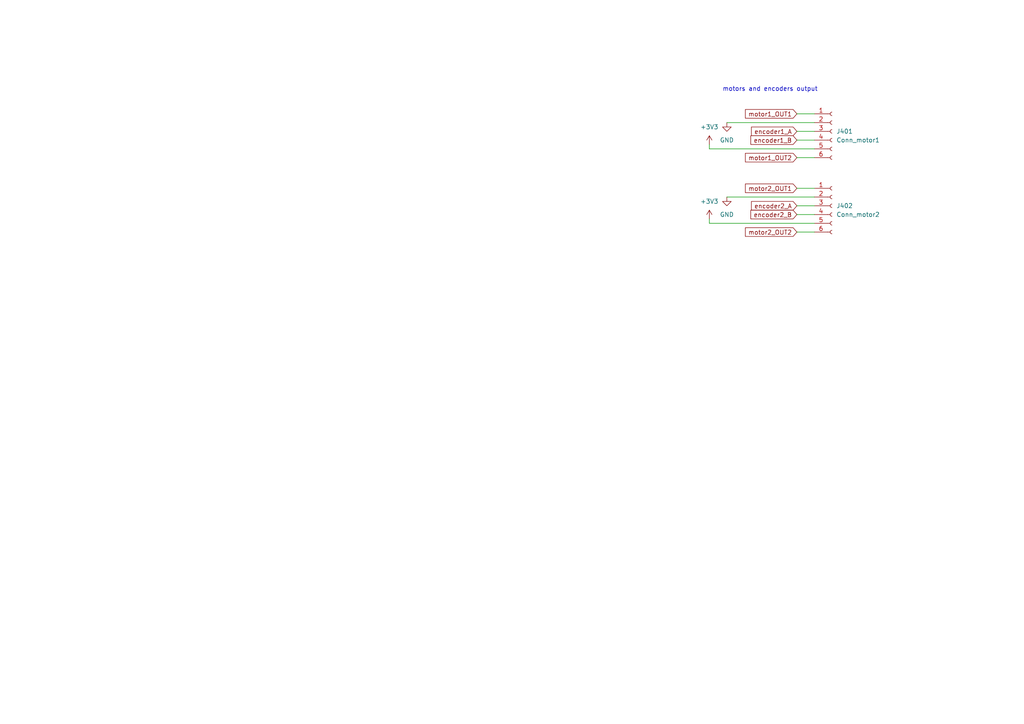
<source format=kicad_sch>
(kicad_sch (version 20230121) (generator eeschema)

  (uuid dc1ff829-2b56-4d57-be58-572f5ab0835e)

  (paper "A4")

  (lib_symbols
    (symbol "Connector:Conn_01x06_Socket" (pin_names (offset 1.016) hide) (in_bom yes) (on_board yes)
      (property "Reference" "J" (at 0 7.62 0)
        (effects (font (size 1.27 1.27)))
      )
      (property "Value" "Conn_01x06_Socket" (at 0 -10.16 0)
        (effects (font (size 1.27 1.27)))
      )
      (property "Footprint" "" (at 0 0 0)
        (effects (font (size 1.27 1.27)) hide)
      )
      (property "Datasheet" "~" (at 0 0 0)
        (effects (font (size 1.27 1.27)) hide)
      )
      (property "ki_locked" "" (at 0 0 0)
        (effects (font (size 1.27 1.27)))
      )
      (property "ki_keywords" "connector" (at 0 0 0)
        (effects (font (size 1.27 1.27)) hide)
      )
      (property "ki_description" "Generic connector, single row, 01x06, script generated" (at 0 0 0)
        (effects (font (size 1.27 1.27)) hide)
      )
      (property "ki_fp_filters" "Connector*:*_1x??_*" (at 0 0 0)
        (effects (font (size 1.27 1.27)) hide)
      )
      (symbol "Conn_01x06_Socket_1_1"
        (arc (start 0 -7.112) (mid -0.5058 -7.62) (end 0 -8.128)
          (stroke (width 0.1524) (type default))
          (fill (type none))
        )
        (arc (start 0 -4.572) (mid -0.5058 -5.08) (end 0 -5.588)
          (stroke (width 0.1524) (type default))
          (fill (type none))
        )
        (arc (start 0 -2.032) (mid -0.5058 -2.54) (end 0 -3.048)
          (stroke (width 0.1524) (type default))
          (fill (type none))
        )
        (polyline
          (pts
            (xy -1.27 -7.62)
            (xy -0.508 -7.62)
          )
          (stroke (width 0.1524) (type default))
          (fill (type none))
        )
        (polyline
          (pts
            (xy -1.27 -5.08)
            (xy -0.508 -5.08)
          )
          (stroke (width 0.1524) (type default))
          (fill (type none))
        )
        (polyline
          (pts
            (xy -1.27 -2.54)
            (xy -0.508 -2.54)
          )
          (stroke (width 0.1524) (type default))
          (fill (type none))
        )
        (polyline
          (pts
            (xy -1.27 0)
            (xy -0.508 0)
          )
          (stroke (width 0.1524) (type default))
          (fill (type none))
        )
        (polyline
          (pts
            (xy -1.27 2.54)
            (xy -0.508 2.54)
          )
          (stroke (width 0.1524) (type default))
          (fill (type none))
        )
        (polyline
          (pts
            (xy -1.27 5.08)
            (xy -0.508 5.08)
          )
          (stroke (width 0.1524) (type default))
          (fill (type none))
        )
        (arc (start 0 0.508) (mid -0.5058 0) (end 0 -0.508)
          (stroke (width 0.1524) (type default))
          (fill (type none))
        )
        (arc (start 0 3.048) (mid -0.5058 2.54) (end 0 2.032)
          (stroke (width 0.1524) (type default))
          (fill (type none))
        )
        (arc (start 0 5.588) (mid -0.5058 5.08) (end 0 4.572)
          (stroke (width 0.1524) (type default))
          (fill (type none))
        )
        (pin passive line (at -5.08 5.08 0) (length 3.81)
          (name "Pin_1" (effects (font (size 1.27 1.27))))
          (number "1" (effects (font (size 1.27 1.27))))
        )
        (pin passive line (at -5.08 2.54 0) (length 3.81)
          (name "Pin_2" (effects (font (size 1.27 1.27))))
          (number "2" (effects (font (size 1.27 1.27))))
        )
        (pin passive line (at -5.08 0 0) (length 3.81)
          (name "Pin_3" (effects (font (size 1.27 1.27))))
          (number "3" (effects (font (size 1.27 1.27))))
        )
        (pin passive line (at -5.08 -2.54 0) (length 3.81)
          (name "Pin_4" (effects (font (size 1.27 1.27))))
          (number "4" (effects (font (size 1.27 1.27))))
        )
        (pin passive line (at -5.08 -5.08 0) (length 3.81)
          (name "Pin_5" (effects (font (size 1.27 1.27))))
          (number "5" (effects (font (size 1.27 1.27))))
        )
        (pin passive line (at -5.08 -7.62 0) (length 3.81)
          (name "Pin_6" (effects (font (size 1.27 1.27))))
          (number "6" (effects (font (size 1.27 1.27))))
        )
      )
    )
    (symbol "power:+3V3" (power) (pin_names (offset 0)) (in_bom yes) (on_board yes)
      (property "Reference" "#PWR" (at 0 -3.81 0)
        (effects (font (size 1.27 1.27)) hide)
      )
      (property "Value" "+3V3" (at 0 3.556 0)
        (effects (font (size 1.27 1.27)))
      )
      (property "Footprint" "" (at 0 0 0)
        (effects (font (size 1.27 1.27)) hide)
      )
      (property "Datasheet" "" (at 0 0 0)
        (effects (font (size 1.27 1.27)) hide)
      )
      (property "ki_keywords" "global power" (at 0 0 0)
        (effects (font (size 1.27 1.27)) hide)
      )
      (property "ki_description" "Power symbol creates a global label with name \"+3V3\"" (at 0 0 0)
        (effects (font (size 1.27 1.27)) hide)
      )
      (symbol "+3V3_0_1"
        (polyline
          (pts
            (xy -0.762 1.27)
            (xy 0 2.54)
          )
          (stroke (width 0) (type default))
          (fill (type none))
        )
        (polyline
          (pts
            (xy 0 0)
            (xy 0 2.54)
          )
          (stroke (width 0) (type default))
          (fill (type none))
        )
        (polyline
          (pts
            (xy 0 2.54)
            (xy 0.762 1.27)
          )
          (stroke (width 0) (type default))
          (fill (type none))
        )
      )
      (symbol "+3V3_1_1"
        (pin power_in line (at 0 0 90) (length 0) hide
          (name "+3V3" (effects (font (size 1.27 1.27))))
          (number "1" (effects (font (size 1.27 1.27))))
        )
      )
    )
    (symbol "power:GND" (power) (pin_names (offset 0)) (in_bom yes) (on_board yes)
      (property "Reference" "#PWR" (at 0 -6.35 0)
        (effects (font (size 1.27 1.27)) hide)
      )
      (property "Value" "GND" (at 0 -3.81 0)
        (effects (font (size 1.27 1.27)))
      )
      (property "Footprint" "" (at 0 0 0)
        (effects (font (size 1.27 1.27)) hide)
      )
      (property "Datasheet" "" (at 0 0 0)
        (effects (font (size 1.27 1.27)) hide)
      )
      (property "ki_keywords" "global power" (at 0 0 0)
        (effects (font (size 1.27 1.27)) hide)
      )
      (property "ki_description" "Power symbol creates a global label with name \"GND\" , ground" (at 0 0 0)
        (effects (font (size 1.27 1.27)) hide)
      )
      (symbol "GND_0_1"
        (polyline
          (pts
            (xy 0 0)
            (xy 0 -1.27)
            (xy 1.27 -1.27)
            (xy 0 -2.54)
            (xy -1.27 -1.27)
            (xy 0 -1.27)
          )
          (stroke (width 0) (type default))
          (fill (type none))
        )
      )
      (symbol "GND_1_1"
        (pin power_in line (at 0 0 270) (length 0) hide
          (name "GND" (effects (font (size 1.27 1.27))))
          (number "1" (effects (font (size 1.27 1.27))))
        )
      )
    )
  )


  (wire (pts (xy 231.14 54.61) (xy 236.22 54.61))
    (stroke (width 0) (type default))
    (uuid 024a1228-6934-4431-9e17-8b6698e29c1c)
  )
  (wire (pts (xy 205.74 41.91) (xy 205.74 43.18))
    (stroke (width 0) (type default))
    (uuid 181c3ad7-4af5-4328-9e1b-0d617e4f5b3f)
  )
  (wire (pts (xy 236.22 64.77) (xy 205.74 64.77))
    (stroke (width 0) (type default))
    (uuid 19c2b3ff-b3ea-42b0-95df-91186889469c)
  )
  (wire (pts (xy 231.14 33.02) (xy 236.22 33.02))
    (stroke (width 0) (type default))
    (uuid 33c6f8b0-1775-4a0d-924c-f75e6908d455)
  )
  (wire (pts (xy 231.14 62.23) (xy 236.22 62.23))
    (stroke (width 0) (type default))
    (uuid 425096a7-9b8e-4fb9-aee1-01d700463ae8)
  )
  (wire (pts (xy 231.14 40.64) (xy 236.22 40.64))
    (stroke (width 0) (type default))
    (uuid 4a045f62-8175-4165-9e26-661485f14de8)
  )
  (wire (pts (xy 210.82 57.15) (xy 236.22 57.15))
    (stroke (width 0) (type default))
    (uuid 5e80b392-d1ba-460f-82ba-6c3333311521)
  )
  (wire (pts (xy 231.14 38.1) (xy 236.22 38.1))
    (stroke (width 0) (type default))
    (uuid ba26eef8-996f-404f-b1db-d11cf8c28db0)
  )
  (wire (pts (xy 210.82 35.56) (xy 236.22 35.56))
    (stroke (width 0) (type default))
    (uuid c596fa05-4e91-4e1c-9fb1-66740c6a5003)
  )
  (wire (pts (xy 205.74 63.5) (xy 205.74 64.77))
    (stroke (width 0) (type default))
    (uuid e77fce01-add7-4be7-83b6-6a36cc49a906)
  )
  (wire (pts (xy 231.14 59.69) (xy 236.22 59.69))
    (stroke (width 0) (type default))
    (uuid ef7d6859-1c1c-4adc-93ef-7bef879d4c91)
  )
  (wire (pts (xy 231.14 45.72) (xy 236.22 45.72))
    (stroke (width 0) (type default))
    (uuid f1d14ef0-3f8d-4904-883a-1172cdc5f2be)
  )
  (wire (pts (xy 236.22 43.18) (xy 205.74 43.18))
    (stroke (width 0) (type default))
    (uuid fcae9844-34d5-47a5-9c0e-02d27506410e)
  )
  (wire (pts (xy 231.14 67.31) (xy 236.22 67.31))
    (stroke (width 0) (type default))
    (uuid ff5e0884-5a94-4b4d-be2a-2874427d7762)
  )

  (text "motors and encoders output" (at 209.55 26.67 0)
    (effects (font (size 1.27 1.27)) (justify left bottom))
    (uuid c264aa3d-0010-42b6-b865-fcf36f61ccbf)
  )

  (global_label "motor1_OUT1" (shape input) (at 231.14 33.02 180) (fields_autoplaced)
    (effects (font (size 1.27 1.27)) (justify right))
    (uuid 31356c91-12a2-492e-b667-b6dae86f5039)
    (property "Intersheetrefs" "${INTERSHEET_REFS}" (at 215.6364 33.02 0)
      (effects (font (size 1.27 1.27)) (justify right) hide)
    )
  )
  (global_label "encoder1_B" (shape input) (at 231.14 40.64 180) (fields_autoplaced)
    (effects (font (size 1.27 1.27)) (justify right))
    (uuid 717923d8-d922-48f3-9d0f-9cba27226f76)
    (property "Intersheetrefs" "${INTERSHEET_REFS}" (at 217.2087 40.64 0)
      (effects (font (size 1.27 1.27)) (justify right) hide)
    )
  )
  (global_label "motor2_OUT2" (shape input) (at 231.14 67.31 180) (fields_autoplaced)
    (effects (font (size 1.27 1.27)) (justify right))
    (uuid 72f474f0-18b4-4689-82b2-d6666250b6a7)
    (property "Intersheetrefs" "${INTERSHEET_REFS}" (at 215.6364 67.31 0)
      (effects (font (size 1.27 1.27)) (justify right) hide)
    )
  )
  (global_label "motor1_OUT2" (shape input) (at 231.14 45.72 180) (fields_autoplaced)
    (effects (font (size 1.27 1.27)) (justify right))
    (uuid 80e2309e-f9f3-4f07-9a0e-54f5fe73476b)
    (property "Intersheetrefs" "${INTERSHEET_REFS}" (at 215.6364 45.72 0)
      (effects (font (size 1.27 1.27)) (justify right) hide)
    )
  )
  (global_label "encoder1_A" (shape input) (at 231.14 38.1 180) (fields_autoplaced)
    (effects (font (size 1.27 1.27)) (justify right))
    (uuid 995da486-5eeb-46e0-a510-82ca43d38f3e)
    (property "Intersheetrefs" "${INTERSHEET_REFS}" (at 217.3901 38.1 0)
      (effects (font (size 1.27 1.27)) (justify right) hide)
    )
  )
  (global_label "encoder2_A" (shape input) (at 231.14 59.69 180) (fields_autoplaced)
    (effects (font (size 1.27 1.27)) (justify right))
    (uuid b158d894-7ecf-4984-9283-e5288eb37418)
    (property "Intersheetrefs" "${INTERSHEET_REFS}" (at 217.3901 59.69 0)
      (effects (font (size 1.27 1.27)) (justify right) hide)
    )
  )
  (global_label "motor2_OUT1" (shape input) (at 231.14 54.61 180) (fields_autoplaced)
    (effects (font (size 1.27 1.27)) (justify right))
    (uuid d27ef60d-b6ad-40ba-9de7-846e0ae69feb)
    (property "Intersheetrefs" "${INTERSHEET_REFS}" (at 215.6364 54.61 0)
      (effects (font (size 1.27 1.27)) (justify right) hide)
    )
  )
  (global_label "encoder2_B" (shape input) (at 231.14 62.23 180) (fields_autoplaced)
    (effects (font (size 1.27 1.27)) (justify right))
    (uuid fa720666-17b4-4118-b87b-0abb6db4f3c9)
    (property "Intersheetrefs" "${INTERSHEET_REFS}" (at 217.2087 62.23 0)
      (effects (font (size 1.27 1.27)) (justify right) hide)
    )
  )

  (symbol (lib_id "power:+3V3") (at 205.74 63.5 0) (unit 1)
    (in_bom yes) (on_board yes) (dnp no) (fields_autoplaced)
    (uuid 2793b28d-aa02-4d65-837e-e7d59e3af2a3)
    (property "Reference" "#PWR0417" (at 205.74 67.31 0)
      (effects (font (size 1.27 1.27)) hide)
    )
    (property "Value" "+3V3" (at 205.74 58.42 0)
      (effects (font (size 1.27 1.27)))
    )
    (property "Footprint" "" (at 205.74 63.5 0)
      (effects (font (size 1.27 1.27)) hide)
    )
    (property "Datasheet" "" (at 205.74 63.5 0)
      (effects (font (size 1.27 1.27)) hide)
    )
    (pin "1" (uuid faa92c66-3d57-4eea-a6cc-bb567dc6435f))
    (instances
      (project "kicad_chat-souris"
        (path "/b1ddc66d-dbe7-4cff-b97f-1f0ce7ceeee4/e02fd429-6de0-42be-b82b-494bbb23caa2"
          (reference "#PWR0417") (unit 1)
        )
        (path "/b1ddc66d-dbe7-4cff-b97f-1f0ce7ceeee4/93f589bb-de67-4edc-b7d2-458750621113"
          (reference "#PWR0601") (unit 1)
        )
      )
    )
  )

  (symbol (lib_id "Connector:Conn_01x06_Socket") (at 241.3 38.1 0) (unit 1)
    (in_bom yes) (on_board yes) (dnp no) (fields_autoplaced)
    (uuid 28f013cc-1791-4836-b931-c5764824f9e2)
    (property "Reference" "J401" (at 242.57 38.1 0)
      (effects (font (size 1.27 1.27)) (justify left))
    )
    (property "Value" "Conn_motor1" (at 242.57 40.64 0)
      (effects (font (size 1.27 1.27)) (justify left))
    )
    (property "Footprint" "" (at 241.3 38.1 0)
      (effects (font (size 1.27 1.27)) hide)
    )
    (property "Datasheet" "~" (at 241.3 38.1 0)
      (effects (font (size 1.27 1.27)) hide)
    )
    (pin "1" (uuid 88b837c6-bd7a-48dd-b3fd-1f41d0d1b610))
    (pin "2" (uuid 6cb3d0c8-8c88-48d2-b6fd-7c3ebdddc423))
    (pin "3" (uuid 9b2de53c-136f-4b06-afae-0cd5fc777655))
    (pin "4" (uuid c3a696a1-da59-40d9-8ae6-dc8deb2ce545))
    (pin "5" (uuid b4f05377-90cf-4a55-9349-3b956244cf74))
    (pin "6" (uuid 71cca47f-a5a4-4fd7-8e14-ebee12f3dcaf))
    (instances
      (project "kicad_chat-souris"
        (path "/b1ddc66d-dbe7-4cff-b97f-1f0ce7ceeee4/e02fd429-6de0-42be-b82b-494bbb23caa2"
          (reference "J401") (unit 1)
        )
        (path "/b1ddc66d-dbe7-4cff-b97f-1f0ce7ceeee4/93f589bb-de67-4edc-b7d2-458750621113"
          (reference "J602") (unit 1)
        )
      )
    )
  )

  (symbol (lib_id "Connector:Conn_01x06_Socket") (at 241.3 59.69 0) (unit 1)
    (in_bom yes) (on_board yes) (dnp no) (fields_autoplaced)
    (uuid 3357bbff-02ea-4d9c-8575-4dd95fce2f6a)
    (property "Reference" "J402" (at 242.57 59.69 0)
      (effects (font (size 1.27 1.27)) (justify left))
    )
    (property "Value" "Conn_motor2" (at 242.57 62.23 0)
      (effects (font (size 1.27 1.27)) (justify left))
    )
    (property "Footprint" "" (at 241.3 59.69 0)
      (effects (font (size 1.27 1.27)) hide)
    )
    (property "Datasheet" "~" (at 241.3 59.69 0)
      (effects (font (size 1.27 1.27)) hide)
    )
    (pin "1" (uuid bc8673c3-6d24-4941-bb23-1f56f6689f78))
    (pin "2" (uuid 0f49363f-2c6b-470b-8d74-b0e82d3af665))
    (pin "3" (uuid a17602f2-da5e-404e-9be4-61ecdbd42c69))
    (pin "4" (uuid 15160c48-4e6c-4b64-8ac2-bad6a6521284))
    (pin "5" (uuid 063b819d-d692-4172-a4fe-2dd695f42a4b))
    (pin "6" (uuid 253f99ca-1b94-4a36-9cce-33a9e0a3c02c))
    (instances
      (project "kicad_chat-souris"
        (path "/b1ddc66d-dbe7-4cff-b97f-1f0ce7ceeee4/e02fd429-6de0-42be-b82b-494bbb23caa2"
          (reference "J402") (unit 1)
        )
        (path "/b1ddc66d-dbe7-4cff-b97f-1f0ce7ceeee4/93f589bb-de67-4edc-b7d2-458750621113"
          (reference "J601") (unit 1)
        )
      )
    )
  )

  (symbol (lib_id "power:+3V3") (at 205.74 41.91 0) (unit 1)
    (in_bom yes) (on_board yes) (dnp no) (fields_autoplaced)
    (uuid 40030af4-2a0e-4562-82e6-ad2c2b5b6ff9)
    (property "Reference" "#PWR0416" (at 205.74 45.72 0)
      (effects (font (size 1.27 1.27)) hide)
    )
    (property "Value" "+3V3" (at 205.74 36.83 0)
      (effects (font (size 1.27 1.27)))
    )
    (property "Footprint" "" (at 205.74 41.91 0)
      (effects (font (size 1.27 1.27)) hide)
    )
    (property "Datasheet" "" (at 205.74 41.91 0)
      (effects (font (size 1.27 1.27)) hide)
    )
    (pin "1" (uuid 09939441-9150-4619-bf5d-40fc9f71a090))
    (instances
      (project "kicad_chat-souris"
        (path "/b1ddc66d-dbe7-4cff-b97f-1f0ce7ceeee4/e02fd429-6de0-42be-b82b-494bbb23caa2"
          (reference "#PWR0416") (unit 1)
        )
        (path "/b1ddc66d-dbe7-4cff-b97f-1f0ce7ceeee4/93f589bb-de67-4edc-b7d2-458750621113"
          (reference "#PWR0602") (unit 1)
        )
      )
    )
  )

  (symbol (lib_id "power:GND") (at 210.82 35.56 0) (unit 1)
    (in_bom yes) (on_board yes) (dnp no) (fields_autoplaced)
    (uuid 5382d448-dc3f-4fc4-bb6a-2beef2d5d5d9)
    (property "Reference" "#PWR0415" (at 210.82 41.91 0)
      (effects (font (size 1.27 1.27)) hide)
    )
    (property "Value" "GND" (at 210.82 40.64 0)
      (effects (font (size 1.27 1.27)))
    )
    (property "Footprint" "" (at 210.82 35.56 0)
      (effects (font (size 1.27 1.27)) hide)
    )
    (property "Datasheet" "" (at 210.82 35.56 0)
      (effects (font (size 1.27 1.27)) hide)
    )
    (pin "1" (uuid 50444094-a5d0-42e8-96db-479c05861811))
    (instances
      (project "kicad_chat-souris"
        (path "/b1ddc66d-dbe7-4cff-b97f-1f0ce7ceeee4/e02fd429-6de0-42be-b82b-494bbb23caa2"
          (reference "#PWR0415") (unit 1)
        )
        (path "/b1ddc66d-dbe7-4cff-b97f-1f0ce7ceeee4/93f589bb-de67-4edc-b7d2-458750621113"
          (reference "#PWR0604") (unit 1)
        )
      )
    )
  )

  (symbol (lib_id "power:GND") (at 210.82 57.15 0) (unit 1)
    (in_bom yes) (on_board yes) (dnp no) (fields_autoplaced)
    (uuid d12fbcb2-f2f9-4f16-97eb-48e747484ecb)
    (property "Reference" "#PWR0418" (at 210.82 63.5 0)
      (effects (font (size 1.27 1.27)) hide)
    )
    (property "Value" "GND" (at 210.82 62.23 0)
      (effects (font (size 1.27 1.27)))
    )
    (property "Footprint" "" (at 210.82 57.15 0)
      (effects (font (size 1.27 1.27)) hide)
    )
    (property "Datasheet" "" (at 210.82 57.15 0)
      (effects (font (size 1.27 1.27)) hide)
    )
    (pin "1" (uuid 9d9c2075-a7da-4474-8b23-9cbf0e35631c))
    (instances
      (project "kicad_chat-souris"
        (path "/b1ddc66d-dbe7-4cff-b97f-1f0ce7ceeee4/e02fd429-6de0-42be-b82b-494bbb23caa2"
          (reference "#PWR0418") (unit 1)
        )
        (path "/b1ddc66d-dbe7-4cff-b97f-1f0ce7ceeee4/93f589bb-de67-4edc-b7d2-458750621113"
          (reference "#PWR0603") (unit 1)
        )
      )
    )
  )
)

</source>
